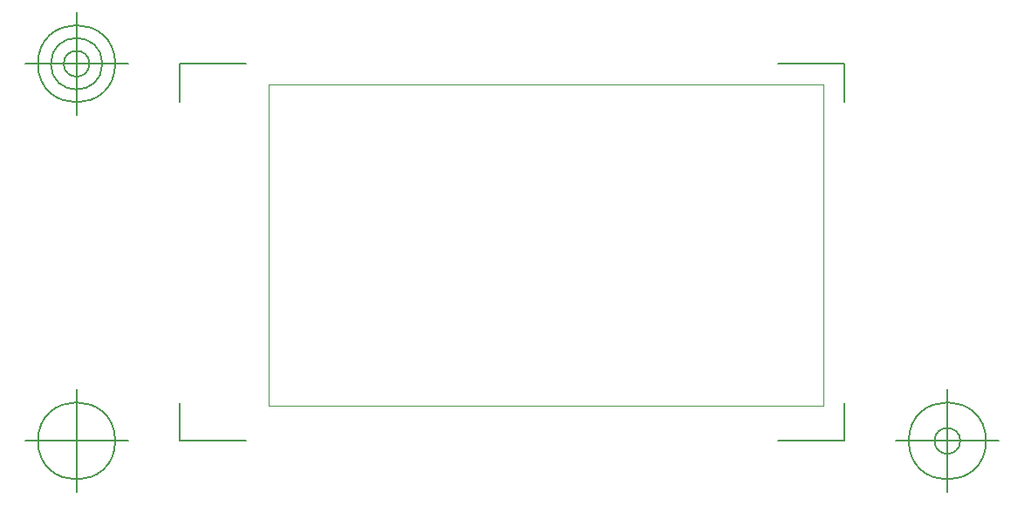
<source format=gbr>
G04 Generated by Ultiboard 11.0 *
%FSLAX25Y25*%
%MOIN*%

%ADD10C,0.00004*%
%ADD11C,0.00500*%


G04 ColorRGB 00FFFF for the following layer *
%LNBoard Outline*%
%LPD*%
%FSLAX25Y25*%
%MOIN*%
G54D10*
X0Y0D02*
X212000Y0D01*
X212000Y0D02*
X212000Y123000D01*
X212000Y123000D02*
X0Y123000D01*
X0Y123000D02*
X0Y0D01*
G54D11*
X-34184Y-13512D02*
X-34184Y927D01*
X-34184Y-13512D02*
X-8778Y-13512D01*
X219874Y-13512D02*
X194468Y-13512D01*
X219874Y-13512D02*
X219874Y927D01*
X219874Y130874D02*
X219874Y116435D01*
X219874Y130874D02*
X194468Y130874D01*
X-34184Y130874D02*
X-8778Y130874D01*
X-34184Y130874D02*
X-34184Y116435D01*
X-53869Y-13512D02*
X-93239Y-13512D01*
X-73554Y-33197D02*
X-73554Y6173D01*
X-88318Y-13512D02*
G75*
D01*
G02X-88318Y-13512I14764J0*
G01*
X239559Y-13512D02*
X278929Y-13512D01*
X259244Y-33197D02*
X259244Y6173D01*
X244480Y-13512D02*
G75*
D01*
G02X244480Y-13512I14764J0*
G01*
X254323Y-13512D02*
G75*
D01*
G02X254323Y-13512I4921J0*
G01*
X-53869Y130874D02*
X-93239Y130874D01*
X-73554Y111189D02*
X-73554Y150559D01*
X-88318Y130874D02*
G75*
D01*
G02X-88318Y130874I14764J0*
G01*
X-83396Y130874D02*
G75*
D01*
G02X-83396Y130874I9843J0*
G01*
X-78475Y130874D02*
G75*
D01*
G02X-78475Y130874I4921J0*
G01*

M00*

</source>
